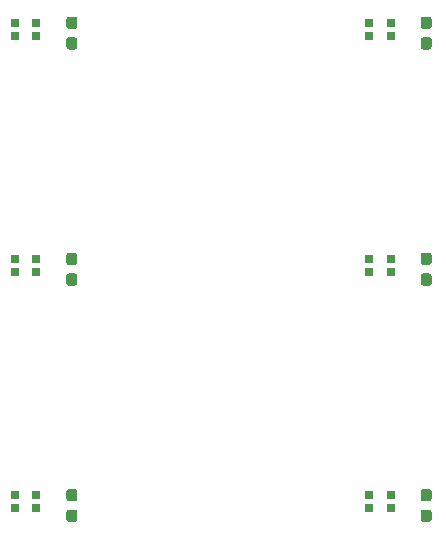
<source format=gtp>
%MOIN*%
%OFA0B0*%
%FSLAX46Y46*%
%IPPOS*%
%LPD*%
%ADD10R,0.027559055118110236X0.027559055118110236*%
%ADD21R,0.027559055118110236X0.027559055118110236*%
%ADD22R,0.027559055118110236X0.027559055118110236*%
%ADD23R,0.027559055118110236X0.027559055118110236*%
%ADD24R,0.027559055118110236X0.027559055118110236*%
%ADD25R,0.027559055118110236X0.027559055118110236*%
G01*
D10*
X-0004771889Y0004232500D02*
X0000495472Y0000312992D03*
X0000495472Y0000356299D03*
X0000567519Y0000356299D03*
X0000567519Y0000312992D03*
G36*
G01*
X0000676259Y0000307771D02*
X0000694960Y0000307771D01*
G75*
G02*
X0000704310Y0000298421J-0000009350D01*
G01*
X0000704310Y0000275783D01*
G75*
G02*
X0000694960Y0000266433I-0000009350D01*
G01*
X0000676259Y0000266433D01*
G75*
G02*
X0000666909Y0000275783J0000009350D01*
G01*
X0000666909Y0000298421D01*
G75*
G02*
X0000676259Y0000307771I0000009350D01*
G01*
G37*
G36*
G01*
X0000676259Y0000376669D02*
X0000694960Y0000376669D01*
G75*
G02*
X0000704310Y0000367318J-0000009350D01*
G01*
X0000704310Y0000344681D01*
G75*
G02*
X0000694960Y0000335330I-0000009350D01*
G01*
X0000676259Y0000335330D01*
G75*
G02*
X0000666909Y0000344681J0000009350D01*
G01*
X0000666909Y0000367318D01*
G75*
G02*
X0000676259Y0000376669I0000009350D01*
G01*
G37*
G04 next file*
G04 Gerber Fmt 4.6, Leading zero omitted, Abs format (unit mm)*
G04 Created by KiCad (PCBNEW (5.1.10)-1) date 2021-09-16 22:13:13*
G01*
G04 APERTURE LIST*
G04 APERTURE END LIST*
D21*
X-0003590787Y0004232500D02*
X0001676574Y0000312992D03*
X0001676574Y0000356299D03*
X0001748622Y0000356299D03*
X0001748622Y0000312992D03*
G36*
G01*
X0001857362Y0000307771D02*
X0001876062Y0000307771D01*
G75*
G02*
X0001885413Y0000298421J-0000009350D01*
G01*
X0001885413Y0000275783D01*
G75*
G02*
X0001876062Y0000266433I-0000009350D01*
G01*
X0001857362Y0000266433D01*
G75*
G02*
X0001848011Y0000275783J0000009350D01*
G01*
X0001848011Y0000298421D01*
G75*
G02*
X0001857362Y0000307771I0000009350D01*
G01*
G37*
G36*
G01*
X0001857362Y0000376669D02*
X0001876062Y0000376669D01*
G75*
G02*
X0001885413Y0000367318J-0000009350D01*
G01*
X0001885413Y0000344681D01*
G75*
G02*
X0001876062Y0000335330I-0000009350D01*
G01*
X0001857362Y0000335330D01*
G75*
G02*
X0001848011Y0000344681J0000009350D01*
G01*
X0001848011Y0000367318D01*
G75*
G02*
X0001857362Y0000376669I0000009350D01*
G01*
G37*
G04 next file*
G04 Gerber Fmt 4.6, Leading zero omitted, Abs format (unit mm)*
G04 Created by KiCad (PCBNEW (5.1.10)-1) date 2021-09-16 22:13:13*
G01*
G04 APERTURE LIST*
G04 APERTURE END LIST*
D22*
X-0004771889Y0005019901D02*
X0000495472Y0001100393D03*
X0000495472Y0001143700D03*
X0000567519Y0001143700D03*
X0000567519Y0001100393D03*
G36*
G01*
X0000676259Y0001095173D02*
X0000694960Y0001095173D01*
G75*
G02*
X0000704310Y0001085822J-0000009350D01*
G01*
X0000704310Y0001063184D01*
G75*
G02*
X0000694960Y0001053834I-0000009350D01*
G01*
X0000676259Y0001053834D01*
G75*
G02*
X0000666909Y0001063184J0000009350D01*
G01*
X0000666909Y0001085822D01*
G75*
G02*
X0000676259Y0001095173I0000009350D01*
G01*
G37*
G36*
G01*
X0000676259Y0001164070D02*
X0000694960Y0001164070D01*
G75*
G02*
X0000704310Y0001154720J-0000009350D01*
G01*
X0000704310Y0001132082D01*
G75*
G02*
X0000694960Y0001122732I-0000009350D01*
G01*
X0000676259Y0001122732D01*
G75*
G02*
X0000666909Y0001132082J0000009350D01*
G01*
X0000666909Y0001154720D01*
G75*
G02*
X0000676259Y0001164070I0000009350D01*
G01*
G37*
G04 next file*
G04 Gerber Fmt 4.6, Leading zero omitted, Abs format (unit mm)*
G04 Created by KiCad (PCBNEW (5.1.10)-1) date 2021-09-16 22:13:13*
G01*
G04 APERTURE LIST*
G04 APERTURE END LIST*
D23*
X-0004771889Y0005807303D02*
X0000495472Y0001887795D03*
X0000495472Y0001931102D03*
X0000567519Y0001931102D03*
X0000567519Y0001887795D03*
G36*
G01*
X0000676259Y0001882574D02*
X0000694960Y0001882574D01*
G75*
G02*
X0000704310Y0001873224J-0000009350D01*
G01*
X0000704310Y0001850586D01*
G75*
G02*
X0000694960Y0001841236I-0000009350D01*
G01*
X0000676259Y0001841236D01*
G75*
G02*
X0000666909Y0001850586J0000009350D01*
G01*
X0000666909Y0001873224D01*
G75*
G02*
X0000676259Y0001882574I0000009350D01*
G01*
G37*
G36*
G01*
X0000676259Y0001951472D02*
X0000694960Y0001951472D01*
G75*
G02*
X0000704310Y0001942121J-0000009350D01*
G01*
X0000704310Y0001919484D01*
G75*
G02*
X0000694960Y0001910133I-0000009350D01*
G01*
X0000676259Y0001910133D01*
G75*
G02*
X0000666909Y0001919484J0000009350D01*
G01*
X0000666909Y0001942121D01*
G75*
G02*
X0000676259Y0001951472I0000009350D01*
G01*
G37*
G04 next file*
G04 Gerber Fmt 4.6, Leading zero omitted, Abs format (unit mm)*
G04 Created by KiCad (PCBNEW (5.1.10)-1) date 2021-09-16 22:13:13*
G01*
G04 APERTURE LIST*
G04 APERTURE END LIST*
D24*
X-0003590787Y0005019901D02*
X0001676574Y0001100393D03*
X0001676574Y0001143700D03*
X0001748622Y0001143700D03*
X0001748622Y0001100393D03*
G36*
G01*
X0001857362Y0001095173D02*
X0001876062Y0001095173D01*
G75*
G02*
X0001885413Y0001085822J-0000009350D01*
G01*
X0001885413Y0001063184D01*
G75*
G02*
X0001876062Y0001053834I-0000009350D01*
G01*
X0001857362Y0001053834D01*
G75*
G02*
X0001848011Y0001063184J0000009350D01*
G01*
X0001848011Y0001085822D01*
G75*
G02*
X0001857362Y0001095173I0000009350D01*
G01*
G37*
G36*
G01*
X0001857362Y0001164070D02*
X0001876062Y0001164070D01*
G75*
G02*
X0001885413Y0001154720J-0000009350D01*
G01*
X0001885413Y0001132082D01*
G75*
G02*
X0001876062Y0001122732I-0000009350D01*
G01*
X0001857362Y0001122732D01*
G75*
G02*
X0001848011Y0001132082J0000009350D01*
G01*
X0001848011Y0001154720D01*
G75*
G02*
X0001857362Y0001164070I0000009350D01*
G01*
G37*
G04 next file*
G04 Gerber Fmt 4.6, Leading zero omitted, Abs format (unit mm)*
G04 Created by KiCad (PCBNEW (5.1.10)-1) date 2021-09-16 22:13:13*
G01*
G04 APERTURE LIST*
G04 APERTURE END LIST*
D25*
X-0003590787Y0005807303D02*
X0001676574Y0001887795D03*
X0001676574Y0001931102D03*
X0001748622Y0001931102D03*
X0001748622Y0001887795D03*
G36*
G01*
X0001857362Y0001882574D02*
X0001876062Y0001882574D01*
G75*
G02*
X0001885413Y0001873224J-0000009350D01*
G01*
X0001885413Y0001850586D01*
G75*
G02*
X0001876062Y0001841236I-0000009350D01*
G01*
X0001857362Y0001841236D01*
G75*
G02*
X0001848011Y0001850586J0000009350D01*
G01*
X0001848011Y0001873224D01*
G75*
G02*
X0001857362Y0001882574I0000009350D01*
G01*
G37*
G36*
G01*
X0001857362Y0001951472D02*
X0001876062Y0001951472D01*
G75*
G02*
X0001885413Y0001942121J-0000009350D01*
G01*
X0001885413Y0001919484D01*
G75*
G02*
X0001876062Y0001910133I-0000009350D01*
G01*
X0001857362Y0001910133D01*
G75*
G02*
X0001848011Y0001919484J0000009350D01*
G01*
X0001848011Y0001942121D01*
G75*
G02*
X0001857362Y0001951472I0000009350D01*
G01*
G37*
M02*
</source>
